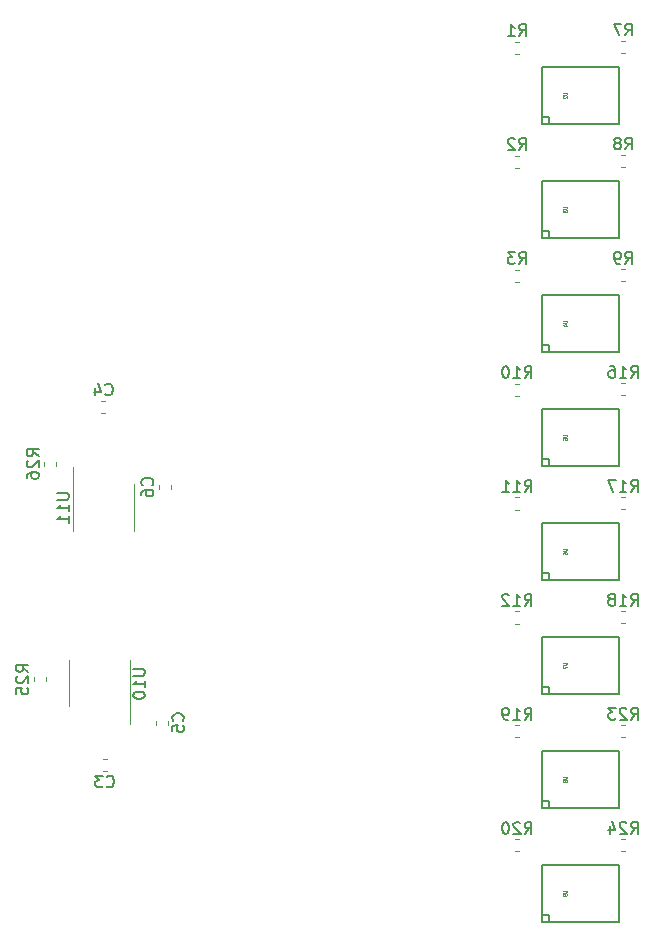
<source format=gbr>
G04 #@! TF.GenerationSoftware,KiCad,Pcbnew,(5.1.4)-1*
G04 #@! TF.CreationDate,2020-09-30T13:08:59+02:00*
G04 #@! TF.ProjectId,car_controller,6361725f-636f-46e7-9472-6f6c6c65722e,rev?*
G04 #@! TF.SameCoordinates,Original*
G04 #@! TF.FileFunction,Legend,Bot*
G04 #@! TF.FilePolarity,Positive*
%FSLAX46Y46*%
G04 Gerber Fmt 4.6, Leading zero omitted, Abs format (unit mm)*
G04 Created by KiCad (PCBNEW (5.1.4)-1) date 2020-09-30 13:08:59*
%MOMM*%
%LPD*%
G04 APERTURE LIST*
%ADD10C,0.120000*%
%ADD11C,0.150000*%
%ADD12C,0.074930*%
%ADD13C,0.076200*%
G04 APERTURE END LIST*
D10*
X90222221Y-117965000D02*
X90547779Y-117965000D01*
X90222221Y-116945000D02*
X90547779Y-116945000D01*
X90437779Y-87635000D02*
X90112221Y-87635000D01*
X90437779Y-86615000D02*
X90112221Y-86615000D01*
X94705000Y-114015279D02*
X94705000Y-113689721D01*
X95725000Y-114015279D02*
X95725000Y-113689721D01*
X94965000Y-93744721D02*
X94965000Y-94070279D01*
X95985000Y-93744721D02*
X95985000Y-94070279D01*
X125471267Y-56185000D02*
X125128733Y-56185000D01*
X125471267Y-57205000D02*
X125128733Y-57205000D01*
X125471267Y-66855000D02*
X125128733Y-66855000D01*
X125471267Y-65835000D02*
X125128733Y-65835000D01*
X125471267Y-75485000D02*
X125128733Y-75485000D01*
X125471267Y-76505000D02*
X125128733Y-76505000D01*
X134471267Y-57155000D02*
X134128733Y-57155000D01*
X134471267Y-56135000D02*
X134128733Y-56135000D01*
X134471267Y-65785000D02*
X134128733Y-65785000D01*
X134471267Y-66805000D02*
X134128733Y-66805000D01*
X134471267Y-76480000D02*
X134128733Y-76480000D01*
X134471267Y-75460000D02*
X134128733Y-75460000D01*
X125471267Y-85135000D02*
X125128733Y-85135000D01*
X125471267Y-86155000D02*
X125128733Y-86155000D01*
X125471267Y-95805000D02*
X125128733Y-95805000D01*
X125471267Y-94785000D02*
X125128733Y-94785000D01*
X125471267Y-105455000D02*
X125128733Y-105455000D01*
X125471267Y-104435000D02*
X125128733Y-104435000D01*
X134471267Y-86130000D02*
X134128733Y-86130000D01*
X134471267Y-85110000D02*
X134128733Y-85110000D01*
X134471267Y-94760000D02*
X134128733Y-94760000D01*
X134471267Y-95780000D02*
X134128733Y-95780000D01*
X134471267Y-104410000D02*
X134128733Y-104410000D01*
X134471267Y-105430000D02*
X134128733Y-105430000D01*
X125471267Y-114085000D02*
X125128733Y-114085000D01*
X125471267Y-115105000D02*
X125128733Y-115105000D01*
X125471267Y-124755000D02*
X125128733Y-124755000D01*
X125471267Y-123735000D02*
X125128733Y-123735000D01*
X134471267Y-115080000D02*
X134128733Y-115080000D01*
X134471267Y-114060000D02*
X134128733Y-114060000D01*
X134471267Y-123710000D02*
X134128733Y-123710000D01*
X134471267Y-124730000D02*
X134128733Y-124730000D01*
X84385000Y-110018733D02*
X84385000Y-110361267D01*
X85405000Y-110018733D02*
X85405000Y-110361267D01*
X86280000Y-91763733D02*
X86280000Y-92106267D01*
X85260000Y-91763733D02*
X85260000Y-92106267D01*
D11*
X128025780Y-62543000D02*
X127426340Y-62543000D01*
X128025780Y-63144980D02*
X128025780Y-62543000D01*
X133923660Y-63144980D02*
X127426340Y-63144980D01*
X133923660Y-58345020D02*
X127426340Y-58345020D01*
X127425000Y-63145000D02*
X127425000Y-58345000D01*
X133925000Y-63145000D02*
X133925000Y-58345000D01*
X128025780Y-72193000D02*
X127426340Y-72193000D01*
X128025780Y-72794980D02*
X128025780Y-72193000D01*
X133923660Y-72794980D02*
X127426340Y-72794980D01*
X133923660Y-67995020D02*
X127426340Y-67995020D01*
X127425000Y-72795000D02*
X127425000Y-67995000D01*
X133925000Y-72795000D02*
X133925000Y-67995000D01*
X128025780Y-81843000D02*
X127426340Y-81843000D01*
X128025780Y-82444980D02*
X128025780Y-81843000D01*
X133923660Y-82444980D02*
X127426340Y-82444980D01*
X133923660Y-77645020D02*
X127426340Y-77645020D01*
X127425000Y-82445000D02*
X127425000Y-77645000D01*
X133925000Y-82445000D02*
X133925000Y-77645000D01*
X133925000Y-92095000D02*
X133925000Y-87295000D01*
X127425000Y-92095000D02*
X127425000Y-87295000D01*
X133923660Y-87295020D02*
X127426340Y-87295020D01*
X133923660Y-92094980D02*
X127426340Y-92094980D01*
X128025780Y-92094980D02*
X128025780Y-91493000D01*
X128025780Y-91493000D02*
X127426340Y-91493000D01*
X133925000Y-101745000D02*
X133925000Y-96945000D01*
X127425000Y-101745000D02*
X127425000Y-96945000D01*
X133923660Y-96945020D02*
X127426340Y-96945020D01*
X133923660Y-101744980D02*
X127426340Y-101744980D01*
X128025780Y-101744980D02*
X128025780Y-101143000D01*
X128025780Y-101143000D02*
X127426340Y-101143000D01*
X133925000Y-111395000D02*
X133925000Y-106595000D01*
X127425000Y-111395000D02*
X127425000Y-106595000D01*
X133923660Y-106595020D02*
X127426340Y-106595020D01*
X133923660Y-111394980D02*
X127426340Y-111394980D01*
X128025780Y-111394980D02*
X128025780Y-110793000D01*
X128025780Y-110793000D02*
X127426340Y-110793000D01*
X128025780Y-120443000D02*
X127426340Y-120443000D01*
X128025780Y-121044980D02*
X128025780Y-120443000D01*
X133923660Y-121044980D02*
X127426340Y-121044980D01*
X133923660Y-116245020D02*
X127426340Y-116245020D01*
X127425000Y-121045000D02*
X127425000Y-116245000D01*
X133925000Y-121045000D02*
X133925000Y-116245000D01*
X133925000Y-130695000D02*
X133925000Y-125895000D01*
X127425000Y-130695000D02*
X127425000Y-125895000D01*
X133923660Y-125895020D02*
X127426340Y-125895020D01*
X133923660Y-130694980D02*
X127426340Y-130694980D01*
X128025780Y-130694980D02*
X128025780Y-130093000D01*
X128025780Y-130093000D02*
X127426340Y-130093000D01*
D10*
X92495000Y-110525000D02*
X92495000Y-113975000D01*
X92495000Y-110525000D02*
X92495000Y-108575000D01*
X87375000Y-110525000D02*
X87375000Y-112475000D01*
X87375000Y-110525000D02*
X87375000Y-108575000D01*
X92865000Y-95635000D02*
X92865000Y-97585000D01*
X92865000Y-95635000D02*
X92865000Y-93685000D01*
X87745000Y-95635000D02*
X87745000Y-97585000D01*
X87745000Y-95635000D02*
X87745000Y-92185000D01*
D11*
X90551666Y-119242142D02*
X90599285Y-119289761D01*
X90742142Y-119337380D01*
X90837380Y-119337380D01*
X90980238Y-119289761D01*
X91075476Y-119194523D01*
X91123095Y-119099285D01*
X91170714Y-118908809D01*
X91170714Y-118765952D01*
X91123095Y-118575476D01*
X91075476Y-118480238D01*
X90980238Y-118385000D01*
X90837380Y-118337380D01*
X90742142Y-118337380D01*
X90599285Y-118385000D01*
X90551666Y-118432619D01*
X90218333Y-118337380D02*
X89599285Y-118337380D01*
X89932619Y-118718333D01*
X89789761Y-118718333D01*
X89694523Y-118765952D01*
X89646904Y-118813571D01*
X89599285Y-118908809D01*
X89599285Y-119146904D01*
X89646904Y-119242142D01*
X89694523Y-119289761D01*
X89789761Y-119337380D01*
X90075476Y-119337380D01*
X90170714Y-119289761D01*
X90218333Y-119242142D01*
X90441666Y-86052142D02*
X90489285Y-86099761D01*
X90632142Y-86147380D01*
X90727380Y-86147380D01*
X90870238Y-86099761D01*
X90965476Y-86004523D01*
X91013095Y-85909285D01*
X91060714Y-85718809D01*
X91060714Y-85575952D01*
X91013095Y-85385476D01*
X90965476Y-85290238D01*
X90870238Y-85195000D01*
X90727380Y-85147380D01*
X90632142Y-85147380D01*
X90489285Y-85195000D01*
X90441666Y-85242619D01*
X89584523Y-85480714D02*
X89584523Y-86147380D01*
X89822619Y-85099761D02*
X90060714Y-85814047D01*
X89441666Y-85814047D01*
X97002142Y-113685833D02*
X97049761Y-113638214D01*
X97097380Y-113495357D01*
X97097380Y-113400119D01*
X97049761Y-113257261D01*
X96954523Y-113162023D01*
X96859285Y-113114404D01*
X96668809Y-113066785D01*
X96525952Y-113066785D01*
X96335476Y-113114404D01*
X96240238Y-113162023D01*
X96145000Y-113257261D01*
X96097380Y-113400119D01*
X96097380Y-113495357D01*
X96145000Y-113638214D01*
X96192619Y-113685833D01*
X96097380Y-114590595D02*
X96097380Y-114114404D01*
X96573571Y-114066785D01*
X96525952Y-114114404D01*
X96478333Y-114209642D01*
X96478333Y-114447738D01*
X96525952Y-114542976D01*
X96573571Y-114590595D01*
X96668809Y-114638214D01*
X96906904Y-114638214D01*
X97002142Y-114590595D01*
X97049761Y-114542976D01*
X97097380Y-114447738D01*
X97097380Y-114209642D01*
X97049761Y-114114404D01*
X97002142Y-114066785D01*
X94402142Y-93740833D02*
X94449761Y-93693214D01*
X94497380Y-93550357D01*
X94497380Y-93455119D01*
X94449761Y-93312261D01*
X94354523Y-93217023D01*
X94259285Y-93169404D01*
X94068809Y-93121785D01*
X93925952Y-93121785D01*
X93735476Y-93169404D01*
X93640238Y-93217023D01*
X93545000Y-93312261D01*
X93497380Y-93455119D01*
X93497380Y-93550357D01*
X93545000Y-93693214D01*
X93592619Y-93740833D01*
X93497380Y-94597976D02*
X93497380Y-94407500D01*
X93545000Y-94312261D01*
X93592619Y-94264642D01*
X93735476Y-94169404D01*
X93925952Y-94121785D01*
X94306904Y-94121785D01*
X94402142Y-94169404D01*
X94449761Y-94217023D01*
X94497380Y-94312261D01*
X94497380Y-94502738D01*
X94449761Y-94597976D01*
X94402142Y-94645595D01*
X94306904Y-94693214D01*
X94068809Y-94693214D01*
X93973571Y-94645595D01*
X93925952Y-94597976D01*
X93878333Y-94502738D01*
X93878333Y-94312261D01*
X93925952Y-94217023D01*
X93973571Y-94169404D01*
X94068809Y-94121785D01*
X125466666Y-55717380D02*
X125800000Y-55241190D01*
X126038095Y-55717380D02*
X126038095Y-54717380D01*
X125657142Y-54717380D01*
X125561904Y-54765000D01*
X125514285Y-54812619D01*
X125466666Y-54907857D01*
X125466666Y-55050714D01*
X125514285Y-55145952D01*
X125561904Y-55193571D01*
X125657142Y-55241190D01*
X126038095Y-55241190D01*
X124514285Y-55717380D02*
X125085714Y-55717380D01*
X124800000Y-55717380D02*
X124800000Y-54717380D01*
X124895238Y-54860238D01*
X124990476Y-54955476D01*
X125085714Y-55003095D01*
X125466666Y-65367380D02*
X125800000Y-64891190D01*
X126038095Y-65367380D02*
X126038095Y-64367380D01*
X125657142Y-64367380D01*
X125561904Y-64415000D01*
X125514285Y-64462619D01*
X125466666Y-64557857D01*
X125466666Y-64700714D01*
X125514285Y-64795952D01*
X125561904Y-64843571D01*
X125657142Y-64891190D01*
X126038095Y-64891190D01*
X125085714Y-64462619D02*
X125038095Y-64415000D01*
X124942857Y-64367380D01*
X124704761Y-64367380D01*
X124609523Y-64415000D01*
X124561904Y-64462619D01*
X124514285Y-64557857D01*
X124514285Y-64653095D01*
X124561904Y-64795952D01*
X125133333Y-65367380D01*
X124514285Y-65367380D01*
X125466666Y-75017380D02*
X125800000Y-74541190D01*
X126038095Y-75017380D02*
X126038095Y-74017380D01*
X125657142Y-74017380D01*
X125561904Y-74065000D01*
X125514285Y-74112619D01*
X125466666Y-74207857D01*
X125466666Y-74350714D01*
X125514285Y-74445952D01*
X125561904Y-74493571D01*
X125657142Y-74541190D01*
X126038095Y-74541190D01*
X125133333Y-74017380D02*
X124514285Y-74017380D01*
X124847619Y-74398333D01*
X124704761Y-74398333D01*
X124609523Y-74445952D01*
X124561904Y-74493571D01*
X124514285Y-74588809D01*
X124514285Y-74826904D01*
X124561904Y-74922142D01*
X124609523Y-74969761D01*
X124704761Y-75017380D01*
X124990476Y-75017380D01*
X125085714Y-74969761D01*
X125133333Y-74922142D01*
X134466666Y-55667380D02*
X134800000Y-55191190D01*
X135038095Y-55667380D02*
X135038095Y-54667380D01*
X134657142Y-54667380D01*
X134561904Y-54715000D01*
X134514285Y-54762619D01*
X134466666Y-54857857D01*
X134466666Y-55000714D01*
X134514285Y-55095952D01*
X134561904Y-55143571D01*
X134657142Y-55191190D01*
X135038095Y-55191190D01*
X134133333Y-54667380D02*
X133466666Y-54667380D01*
X133895238Y-55667380D01*
X134466666Y-65317380D02*
X134800000Y-64841190D01*
X135038095Y-65317380D02*
X135038095Y-64317380D01*
X134657142Y-64317380D01*
X134561904Y-64365000D01*
X134514285Y-64412619D01*
X134466666Y-64507857D01*
X134466666Y-64650714D01*
X134514285Y-64745952D01*
X134561904Y-64793571D01*
X134657142Y-64841190D01*
X135038095Y-64841190D01*
X133895238Y-64745952D02*
X133990476Y-64698333D01*
X134038095Y-64650714D01*
X134085714Y-64555476D01*
X134085714Y-64507857D01*
X134038095Y-64412619D01*
X133990476Y-64365000D01*
X133895238Y-64317380D01*
X133704761Y-64317380D01*
X133609523Y-64365000D01*
X133561904Y-64412619D01*
X133514285Y-64507857D01*
X133514285Y-64555476D01*
X133561904Y-64650714D01*
X133609523Y-64698333D01*
X133704761Y-64745952D01*
X133895238Y-64745952D01*
X133990476Y-64793571D01*
X134038095Y-64841190D01*
X134085714Y-64936428D01*
X134085714Y-65126904D01*
X134038095Y-65222142D01*
X133990476Y-65269761D01*
X133895238Y-65317380D01*
X133704761Y-65317380D01*
X133609523Y-65269761D01*
X133561904Y-65222142D01*
X133514285Y-65126904D01*
X133514285Y-64936428D01*
X133561904Y-64841190D01*
X133609523Y-64793571D01*
X133704761Y-64745952D01*
X134466666Y-74992380D02*
X134800000Y-74516190D01*
X135038095Y-74992380D02*
X135038095Y-73992380D01*
X134657142Y-73992380D01*
X134561904Y-74040000D01*
X134514285Y-74087619D01*
X134466666Y-74182857D01*
X134466666Y-74325714D01*
X134514285Y-74420952D01*
X134561904Y-74468571D01*
X134657142Y-74516190D01*
X135038095Y-74516190D01*
X133990476Y-74992380D02*
X133800000Y-74992380D01*
X133704761Y-74944761D01*
X133657142Y-74897142D01*
X133561904Y-74754285D01*
X133514285Y-74563809D01*
X133514285Y-74182857D01*
X133561904Y-74087619D01*
X133609523Y-74040000D01*
X133704761Y-73992380D01*
X133895238Y-73992380D01*
X133990476Y-74040000D01*
X134038095Y-74087619D01*
X134085714Y-74182857D01*
X134085714Y-74420952D01*
X134038095Y-74516190D01*
X133990476Y-74563809D01*
X133895238Y-74611428D01*
X133704761Y-74611428D01*
X133609523Y-74563809D01*
X133561904Y-74516190D01*
X133514285Y-74420952D01*
X125942857Y-84667380D02*
X126276190Y-84191190D01*
X126514285Y-84667380D02*
X126514285Y-83667380D01*
X126133333Y-83667380D01*
X126038095Y-83715000D01*
X125990476Y-83762619D01*
X125942857Y-83857857D01*
X125942857Y-84000714D01*
X125990476Y-84095952D01*
X126038095Y-84143571D01*
X126133333Y-84191190D01*
X126514285Y-84191190D01*
X124990476Y-84667380D02*
X125561904Y-84667380D01*
X125276190Y-84667380D02*
X125276190Y-83667380D01*
X125371428Y-83810238D01*
X125466666Y-83905476D01*
X125561904Y-83953095D01*
X124371428Y-83667380D02*
X124276190Y-83667380D01*
X124180952Y-83715000D01*
X124133333Y-83762619D01*
X124085714Y-83857857D01*
X124038095Y-84048333D01*
X124038095Y-84286428D01*
X124085714Y-84476904D01*
X124133333Y-84572142D01*
X124180952Y-84619761D01*
X124276190Y-84667380D01*
X124371428Y-84667380D01*
X124466666Y-84619761D01*
X124514285Y-84572142D01*
X124561904Y-84476904D01*
X124609523Y-84286428D01*
X124609523Y-84048333D01*
X124561904Y-83857857D01*
X124514285Y-83762619D01*
X124466666Y-83715000D01*
X124371428Y-83667380D01*
X125942857Y-94317380D02*
X126276190Y-93841190D01*
X126514285Y-94317380D02*
X126514285Y-93317380D01*
X126133333Y-93317380D01*
X126038095Y-93365000D01*
X125990476Y-93412619D01*
X125942857Y-93507857D01*
X125942857Y-93650714D01*
X125990476Y-93745952D01*
X126038095Y-93793571D01*
X126133333Y-93841190D01*
X126514285Y-93841190D01*
X124990476Y-94317380D02*
X125561904Y-94317380D01*
X125276190Y-94317380D02*
X125276190Y-93317380D01*
X125371428Y-93460238D01*
X125466666Y-93555476D01*
X125561904Y-93603095D01*
X124038095Y-94317380D02*
X124609523Y-94317380D01*
X124323809Y-94317380D02*
X124323809Y-93317380D01*
X124419047Y-93460238D01*
X124514285Y-93555476D01*
X124609523Y-93603095D01*
X125942857Y-103967380D02*
X126276190Y-103491190D01*
X126514285Y-103967380D02*
X126514285Y-102967380D01*
X126133333Y-102967380D01*
X126038095Y-103015000D01*
X125990476Y-103062619D01*
X125942857Y-103157857D01*
X125942857Y-103300714D01*
X125990476Y-103395952D01*
X126038095Y-103443571D01*
X126133333Y-103491190D01*
X126514285Y-103491190D01*
X124990476Y-103967380D02*
X125561904Y-103967380D01*
X125276190Y-103967380D02*
X125276190Y-102967380D01*
X125371428Y-103110238D01*
X125466666Y-103205476D01*
X125561904Y-103253095D01*
X124609523Y-103062619D02*
X124561904Y-103015000D01*
X124466666Y-102967380D01*
X124228571Y-102967380D01*
X124133333Y-103015000D01*
X124085714Y-103062619D01*
X124038095Y-103157857D01*
X124038095Y-103253095D01*
X124085714Y-103395952D01*
X124657142Y-103967380D01*
X124038095Y-103967380D01*
X134942857Y-84642380D02*
X135276190Y-84166190D01*
X135514285Y-84642380D02*
X135514285Y-83642380D01*
X135133333Y-83642380D01*
X135038095Y-83690000D01*
X134990476Y-83737619D01*
X134942857Y-83832857D01*
X134942857Y-83975714D01*
X134990476Y-84070952D01*
X135038095Y-84118571D01*
X135133333Y-84166190D01*
X135514285Y-84166190D01*
X133990476Y-84642380D02*
X134561904Y-84642380D01*
X134276190Y-84642380D02*
X134276190Y-83642380D01*
X134371428Y-83785238D01*
X134466666Y-83880476D01*
X134561904Y-83928095D01*
X133133333Y-83642380D02*
X133323809Y-83642380D01*
X133419047Y-83690000D01*
X133466666Y-83737619D01*
X133561904Y-83880476D01*
X133609523Y-84070952D01*
X133609523Y-84451904D01*
X133561904Y-84547142D01*
X133514285Y-84594761D01*
X133419047Y-84642380D01*
X133228571Y-84642380D01*
X133133333Y-84594761D01*
X133085714Y-84547142D01*
X133038095Y-84451904D01*
X133038095Y-84213809D01*
X133085714Y-84118571D01*
X133133333Y-84070952D01*
X133228571Y-84023333D01*
X133419047Y-84023333D01*
X133514285Y-84070952D01*
X133561904Y-84118571D01*
X133609523Y-84213809D01*
X134942857Y-94292380D02*
X135276190Y-93816190D01*
X135514285Y-94292380D02*
X135514285Y-93292380D01*
X135133333Y-93292380D01*
X135038095Y-93340000D01*
X134990476Y-93387619D01*
X134942857Y-93482857D01*
X134942857Y-93625714D01*
X134990476Y-93720952D01*
X135038095Y-93768571D01*
X135133333Y-93816190D01*
X135514285Y-93816190D01*
X133990476Y-94292380D02*
X134561904Y-94292380D01*
X134276190Y-94292380D02*
X134276190Y-93292380D01*
X134371428Y-93435238D01*
X134466666Y-93530476D01*
X134561904Y-93578095D01*
X133657142Y-93292380D02*
X132990476Y-93292380D01*
X133419047Y-94292380D01*
X134942857Y-103942380D02*
X135276190Y-103466190D01*
X135514285Y-103942380D02*
X135514285Y-102942380D01*
X135133333Y-102942380D01*
X135038095Y-102990000D01*
X134990476Y-103037619D01*
X134942857Y-103132857D01*
X134942857Y-103275714D01*
X134990476Y-103370952D01*
X135038095Y-103418571D01*
X135133333Y-103466190D01*
X135514285Y-103466190D01*
X133990476Y-103942380D02*
X134561904Y-103942380D01*
X134276190Y-103942380D02*
X134276190Y-102942380D01*
X134371428Y-103085238D01*
X134466666Y-103180476D01*
X134561904Y-103228095D01*
X133419047Y-103370952D02*
X133514285Y-103323333D01*
X133561904Y-103275714D01*
X133609523Y-103180476D01*
X133609523Y-103132857D01*
X133561904Y-103037619D01*
X133514285Y-102990000D01*
X133419047Y-102942380D01*
X133228571Y-102942380D01*
X133133333Y-102990000D01*
X133085714Y-103037619D01*
X133038095Y-103132857D01*
X133038095Y-103180476D01*
X133085714Y-103275714D01*
X133133333Y-103323333D01*
X133228571Y-103370952D01*
X133419047Y-103370952D01*
X133514285Y-103418571D01*
X133561904Y-103466190D01*
X133609523Y-103561428D01*
X133609523Y-103751904D01*
X133561904Y-103847142D01*
X133514285Y-103894761D01*
X133419047Y-103942380D01*
X133228571Y-103942380D01*
X133133333Y-103894761D01*
X133085714Y-103847142D01*
X133038095Y-103751904D01*
X133038095Y-103561428D01*
X133085714Y-103466190D01*
X133133333Y-103418571D01*
X133228571Y-103370952D01*
X125942857Y-113617380D02*
X126276190Y-113141190D01*
X126514285Y-113617380D02*
X126514285Y-112617380D01*
X126133333Y-112617380D01*
X126038095Y-112665000D01*
X125990476Y-112712619D01*
X125942857Y-112807857D01*
X125942857Y-112950714D01*
X125990476Y-113045952D01*
X126038095Y-113093571D01*
X126133333Y-113141190D01*
X126514285Y-113141190D01*
X124990476Y-113617380D02*
X125561904Y-113617380D01*
X125276190Y-113617380D02*
X125276190Y-112617380D01*
X125371428Y-112760238D01*
X125466666Y-112855476D01*
X125561904Y-112903095D01*
X124514285Y-113617380D02*
X124323809Y-113617380D01*
X124228571Y-113569761D01*
X124180952Y-113522142D01*
X124085714Y-113379285D01*
X124038095Y-113188809D01*
X124038095Y-112807857D01*
X124085714Y-112712619D01*
X124133333Y-112665000D01*
X124228571Y-112617380D01*
X124419047Y-112617380D01*
X124514285Y-112665000D01*
X124561904Y-112712619D01*
X124609523Y-112807857D01*
X124609523Y-113045952D01*
X124561904Y-113141190D01*
X124514285Y-113188809D01*
X124419047Y-113236428D01*
X124228571Y-113236428D01*
X124133333Y-113188809D01*
X124085714Y-113141190D01*
X124038095Y-113045952D01*
X125942857Y-123267380D02*
X126276190Y-122791190D01*
X126514285Y-123267380D02*
X126514285Y-122267380D01*
X126133333Y-122267380D01*
X126038095Y-122315000D01*
X125990476Y-122362619D01*
X125942857Y-122457857D01*
X125942857Y-122600714D01*
X125990476Y-122695952D01*
X126038095Y-122743571D01*
X126133333Y-122791190D01*
X126514285Y-122791190D01*
X125561904Y-122362619D02*
X125514285Y-122315000D01*
X125419047Y-122267380D01*
X125180952Y-122267380D01*
X125085714Y-122315000D01*
X125038095Y-122362619D01*
X124990476Y-122457857D01*
X124990476Y-122553095D01*
X125038095Y-122695952D01*
X125609523Y-123267380D01*
X124990476Y-123267380D01*
X124371428Y-122267380D02*
X124276190Y-122267380D01*
X124180952Y-122315000D01*
X124133333Y-122362619D01*
X124085714Y-122457857D01*
X124038095Y-122648333D01*
X124038095Y-122886428D01*
X124085714Y-123076904D01*
X124133333Y-123172142D01*
X124180952Y-123219761D01*
X124276190Y-123267380D01*
X124371428Y-123267380D01*
X124466666Y-123219761D01*
X124514285Y-123172142D01*
X124561904Y-123076904D01*
X124609523Y-122886428D01*
X124609523Y-122648333D01*
X124561904Y-122457857D01*
X124514285Y-122362619D01*
X124466666Y-122315000D01*
X124371428Y-122267380D01*
X134942857Y-113592380D02*
X135276190Y-113116190D01*
X135514285Y-113592380D02*
X135514285Y-112592380D01*
X135133333Y-112592380D01*
X135038095Y-112640000D01*
X134990476Y-112687619D01*
X134942857Y-112782857D01*
X134942857Y-112925714D01*
X134990476Y-113020952D01*
X135038095Y-113068571D01*
X135133333Y-113116190D01*
X135514285Y-113116190D01*
X134561904Y-112687619D02*
X134514285Y-112640000D01*
X134419047Y-112592380D01*
X134180952Y-112592380D01*
X134085714Y-112640000D01*
X134038095Y-112687619D01*
X133990476Y-112782857D01*
X133990476Y-112878095D01*
X134038095Y-113020952D01*
X134609523Y-113592380D01*
X133990476Y-113592380D01*
X133657142Y-112592380D02*
X133038095Y-112592380D01*
X133371428Y-112973333D01*
X133228571Y-112973333D01*
X133133333Y-113020952D01*
X133085714Y-113068571D01*
X133038095Y-113163809D01*
X133038095Y-113401904D01*
X133085714Y-113497142D01*
X133133333Y-113544761D01*
X133228571Y-113592380D01*
X133514285Y-113592380D01*
X133609523Y-113544761D01*
X133657142Y-113497142D01*
X134942857Y-123242380D02*
X135276190Y-122766190D01*
X135514285Y-123242380D02*
X135514285Y-122242380D01*
X135133333Y-122242380D01*
X135038095Y-122290000D01*
X134990476Y-122337619D01*
X134942857Y-122432857D01*
X134942857Y-122575714D01*
X134990476Y-122670952D01*
X135038095Y-122718571D01*
X135133333Y-122766190D01*
X135514285Y-122766190D01*
X134561904Y-122337619D02*
X134514285Y-122290000D01*
X134419047Y-122242380D01*
X134180952Y-122242380D01*
X134085714Y-122290000D01*
X134038095Y-122337619D01*
X133990476Y-122432857D01*
X133990476Y-122528095D01*
X134038095Y-122670952D01*
X134609523Y-123242380D01*
X133990476Y-123242380D01*
X133133333Y-122575714D02*
X133133333Y-123242380D01*
X133371428Y-122194761D02*
X133609523Y-122909047D01*
X132990476Y-122909047D01*
X83917380Y-109547142D02*
X83441190Y-109213809D01*
X83917380Y-108975714D02*
X82917380Y-108975714D01*
X82917380Y-109356666D01*
X82965000Y-109451904D01*
X83012619Y-109499523D01*
X83107857Y-109547142D01*
X83250714Y-109547142D01*
X83345952Y-109499523D01*
X83393571Y-109451904D01*
X83441190Y-109356666D01*
X83441190Y-108975714D01*
X83012619Y-109928095D02*
X82965000Y-109975714D01*
X82917380Y-110070952D01*
X82917380Y-110309047D01*
X82965000Y-110404285D01*
X83012619Y-110451904D01*
X83107857Y-110499523D01*
X83203095Y-110499523D01*
X83345952Y-110451904D01*
X83917380Y-109880476D01*
X83917380Y-110499523D01*
X82917380Y-111404285D02*
X82917380Y-110928095D01*
X83393571Y-110880476D01*
X83345952Y-110928095D01*
X83298333Y-111023333D01*
X83298333Y-111261428D01*
X83345952Y-111356666D01*
X83393571Y-111404285D01*
X83488809Y-111451904D01*
X83726904Y-111451904D01*
X83822142Y-111404285D01*
X83869761Y-111356666D01*
X83917380Y-111261428D01*
X83917380Y-111023333D01*
X83869761Y-110928095D01*
X83822142Y-110880476D01*
X84792380Y-91292142D02*
X84316190Y-90958809D01*
X84792380Y-90720714D02*
X83792380Y-90720714D01*
X83792380Y-91101666D01*
X83840000Y-91196904D01*
X83887619Y-91244523D01*
X83982857Y-91292142D01*
X84125714Y-91292142D01*
X84220952Y-91244523D01*
X84268571Y-91196904D01*
X84316190Y-91101666D01*
X84316190Y-90720714D01*
X83887619Y-91673095D02*
X83840000Y-91720714D01*
X83792380Y-91815952D01*
X83792380Y-92054047D01*
X83840000Y-92149285D01*
X83887619Y-92196904D01*
X83982857Y-92244523D01*
X84078095Y-92244523D01*
X84220952Y-92196904D01*
X84792380Y-91625476D01*
X84792380Y-92244523D01*
X83792380Y-93101666D02*
X83792380Y-92911190D01*
X83840000Y-92815952D01*
X83887619Y-92768333D01*
X84030476Y-92673095D01*
X84220952Y-92625476D01*
X84601904Y-92625476D01*
X84697142Y-92673095D01*
X84744761Y-92720714D01*
X84792380Y-92815952D01*
X84792380Y-93006428D01*
X84744761Y-93101666D01*
X84697142Y-93149285D01*
X84601904Y-93196904D01*
X84363809Y-93196904D01*
X84268571Y-93149285D01*
X84220952Y-93101666D01*
X84173333Y-93006428D01*
X84173333Y-92815952D01*
X84220952Y-92720714D01*
X84268571Y-92673095D01*
X84363809Y-92625476D01*
D12*
X129210387Y-60516641D02*
X129453018Y-60516641D01*
X129481562Y-60530914D01*
X129495835Y-60545186D01*
X129510107Y-60573731D01*
X129510107Y-60630820D01*
X129495835Y-60659365D01*
X129481562Y-60673638D01*
X129453018Y-60687910D01*
X129210387Y-60687910D01*
X129238932Y-60816361D02*
X129224660Y-60830634D01*
X129210387Y-60859179D01*
X129210387Y-60930540D01*
X129224660Y-60959085D01*
X129238932Y-60973358D01*
X129267477Y-60987630D01*
X129296021Y-60987630D01*
X129338839Y-60973358D01*
X129510107Y-60802089D01*
X129510107Y-60987630D01*
D13*
D12*
X129210387Y-70166641D02*
X129453018Y-70166641D01*
X129481562Y-70180914D01*
X129495835Y-70195186D01*
X129510107Y-70223731D01*
X129510107Y-70280820D01*
X129495835Y-70309365D01*
X129481562Y-70323638D01*
X129453018Y-70337910D01*
X129210387Y-70337910D01*
X129210387Y-70452089D02*
X129210387Y-70637630D01*
X129324566Y-70537723D01*
X129324566Y-70580540D01*
X129338839Y-70609085D01*
X129353111Y-70623358D01*
X129381656Y-70637630D01*
X129453018Y-70637630D01*
X129481562Y-70623358D01*
X129495835Y-70609085D01*
X129510107Y-70580540D01*
X129510107Y-70494906D01*
X129495835Y-70466361D01*
X129481562Y-70452089D01*
D13*
D12*
X129210387Y-79816641D02*
X129453018Y-79816641D01*
X129481562Y-79830914D01*
X129495835Y-79845186D01*
X129510107Y-79873731D01*
X129510107Y-79930820D01*
X129495835Y-79959365D01*
X129481562Y-79973638D01*
X129453018Y-79987910D01*
X129210387Y-79987910D01*
X129310294Y-80259085D02*
X129510107Y-80259085D01*
X129196115Y-80187723D02*
X129410200Y-80116361D01*
X129410200Y-80301902D01*
D13*
D12*
X129210387Y-89466641D02*
X129453018Y-89466641D01*
X129481562Y-89480914D01*
X129495835Y-89495186D01*
X129510107Y-89523731D01*
X129510107Y-89580820D01*
X129495835Y-89609365D01*
X129481562Y-89623638D01*
X129453018Y-89637910D01*
X129210387Y-89637910D01*
X129210387Y-89923358D02*
X129210387Y-89780634D01*
X129353111Y-89766361D01*
X129338839Y-89780634D01*
X129324566Y-89809179D01*
X129324566Y-89880540D01*
X129338839Y-89909085D01*
X129353111Y-89923358D01*
X129381656Y-89937630D01*
X129453018Y-89937630D01*
X129481562Y-89923358D01*
X129495835Y-89909085D01*
X129510107Y-89880540D01*
X129510107Y-89809179D01*
X129495835Y-89780634D01*
X129481562Y-89766361D01*
D13*
D12*
X129210387Y-99116641D02*
X129453018Y-99116641D01*
X129481562Y-99130914D01*
X129495835Y-99145186D01*
X129510107Y-99173731D01*
X129510107Y-99230820D01*
X129495835Y-99259365D01*
X129481562Y-99273638D01*
X129453018Y-99287910D01*
X129210387Y-99287910D01*
X129210387Y-99559085D02*
X129210387Y-99501996D01*
X129224660Y-99473451D01*
X129238932Y-99459179D01*
X129281749Y-99430634D01*
X129338839Y-99416361D01*
X129453018Y-99416361D01*
X129481562Y-99430634D01*
X129495835Y-99444906D01*
X129510107Y-99473451D01*
X129510107Y-99530540D01*
X129495835Y-99559085D01*
X129481562Y-99573358D01*
X129453018Y-99587630D01*
X129381656Y-99587630D01*
X129353111Y-99573358D01*
X129338839Y-99559085D01*
X129324566Y-99530540D01*
X129324566Y-99473451D01*
X129338839Y-99444906D01*
X129353111Y-99430634D01*
X129381656Y-99416361D01*
D13*
D12*
X129210387Y-108766641D02*
X129453018Y-108766641D01*
X129481562Y-108780914D01*
X129495835Y-108795186D01*
X129510107Y-108823731D01*
X129510107Y-108880820D01*
X129495835Y-108909365D01*
X129481562Y-108923638D01*
X129453018Y-108937910D01*
X129210387Y-108937910D01*
X129210387Y-109052089D02*
X129210387Y-109251902D01*
X129510107Y-109123451D01*
D13*
D12*
X129210387Y-118416641D02*
X129453018Y-118416641D01*
X129481562Y-118430914D01*
X129495835Y-118445186D01*
X129510107Y-118473731D01*
X129510107Y-118530820D01*
X129495835Y-118559365D01*
X129481562Y-118573638D01*
X129453018Y-118587910D01*
X129210387Y-118587910D01*
X129338839Y-118773451D02*
X129324566Y-118744906D01*
X129310294Y-118730634D01*
X129281749Y-118716361D01*
X129267477Y-118716361D01*
X129238932Y-118730634D01*
X129224660Y-118744906D01*
X129210387Y-118773451D01*
X129210387Y-118830540D01*
X129224660Y-118859085D01*
X129238932Y-118873358D01*
X129267477Y-118887630D01*
X129281749Y-118887630D01*
X129310294Y-118873358D01*
X129324566Y-118859085D01*
X129338839Y-118830540D01*
X129338839Y-118773451D01*
X129353111Y-118744906D01*
X129367383Y-118730634D01*
X129395928Y-118716361D01*
X129453018Y-118716361D01*
X129481562Y-118730634D01*
X129495835Y-118744906D01*
X129510107Y-118773451D01*
X129510107Y-118830540D01*
X129495835Y-118859085D01*
X129481562Y-118873358D01*
X129453018Y-118887630D01*
X129395928Y-118887630D01*
X129367383Y-118873358D01*
X129353111Y-118859085D01*
X129338839Y-118830540D01*
D13*
D12*
X129210387Y-128066641D02*
X129453018Y-128066641D01*
X129481562Y-128080914D01*
X129495835Y-128095186D01*
X129510107Y-128123731D01*
X129510107Y-128180820D01*
X129495835Y-128209365D01*
X129481562Y-128223638D01*
X129453018Y-128237910D01*
X129210387Y-128237910D01*
X129510107Y-128394906D02*
X129510107Y-128451996D01*
X129495835Y-128480540D01*
X129481562Y-128494813D01*
X129438745Y-128523358D01*
X129381656Y-128537630D01*
X129267477Y-128537630D01*
X129238932Y-128523358D01*
X129224660Y-128509085D01*
X129210387Y-128480540D01*
X129210387Y-128423451D01*
X129224660Y-128394906D01*
X129238932Y-128380634D01*
X129267477Y-128366361D01*
X129338839Y-128366361D01*
X129367383Y-128380634D01*
X129381656Y-128394906D01*
X129395928Y-128423451D01*
X129395928Y-128480540D01*
X129381656Y-128509085D01*
X129367383Y-128523358D01*
X129338839Y-128537630D01*
D13*
D11*
X92787380Y-109286904D02*
X93596904Y-109286904D01*
X93692142Y-109334523D01*
X93739761Y-109382142D01*
X93787380Y-109477380D01*
X93787380Y-109667857D01*
X93739761Y-109763095D01*
X93692142Y-109810714D01*
X93596904Y-109858333D01*
X92787380Y-109858333D01*
X93787380Y-110858333D02*
X93787380Y-110286904D01*
X93787380Y-110572619D02*
X92787380Y-110572619D01*
X92930238Y-110477380D01*
X93025476Y-110382142D01*
X93073095Y-110286904D01*
X92787380Y-111477380D02*
X92787380Y-111572619D01*
X92835000Y-111667857D01*
X92882619Y-111715476D01*
X92977857Y-111763095D01*
X93168333Y-111810714D01*
X93406428Y-111810714D01*
X93596904Y-111763095D01*
X93692142Y-111715476D01*
X93739761Y-111667857D01*
X93787380Y-111572619D01*
X93787380Y-111477380D01*
X93739761Y-111382142D01*
X93692142Y-111334523D01*
X93596904Y-111286904D01*
X93406428Y-111239285D01*
X93168333Y-111239285D01*
X92977857Y-111286904D01*
X92882619Y-111334523D01*
X92835000Y-111382142D01*
X92787380Y-111477380D01*
X86357380Y-94396904D02*
X87166904Y-94396904D01*
X87262142Y-94444523D01*
X87309761Y-94492142D01*
X87357380Y-94587380D01*
X87357380Y-94777857D01*
X87309761Y-94873095D01*
X87262142Y-94920714D01*
X87166904Y-94968333D01*
X86357380Y-94968333D01*
X87357380Y-95968333D02*
X87357380Y-95396904D01*
X87357380Y-95682619D02*
X86357380Y-95682619D01*
X86500238Y-95587380D01*
X86595476Y-95492142D01*
X86643095Y-95396904D01*
X87357380Y-96920714D02*
X87357380Y-96349285D01*
X87357380Y-96635000D02*
X86357380Y-96635000D01*
X86500238Y-96539761D01*
X86595476Y-96444523D01*
X86643095Y-96349285D01*
M02*

</source>
